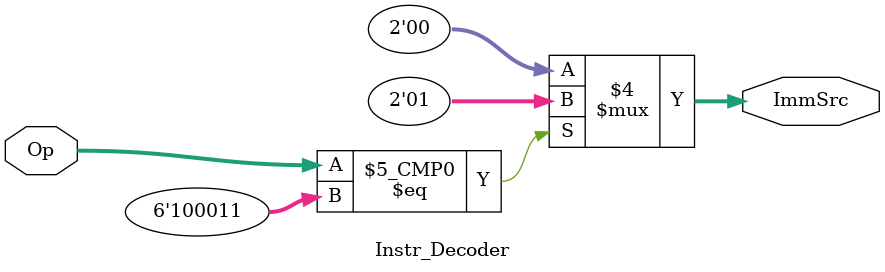
<source format=v>
module Instr_Decoder (
	input 	[5:0] Op,
	output reg	[1:0] ImmSrc
);

localparam LW 		= 	7'b0000011,
			  SW 		= 	7'b0100011,
			  BEQ		= 	7'b1100011,
			  I_ALU	= 	7'b0010011,
			  JAL		=	7'b1101111;


always @(Op) begin
	case(Op)
	LW:		begin
					ImmSrc = 2'b00;
				end
	SW:		begin
					ImmSrc = 2'b01;
				end	
	BEQ:		begin
					ImmSrc = 2'b10;
				end
	I_ALU:	begin
					ImmSrc = 2'b00;
				end
	JAL:		begin
					ImmSrc = 2'b11;
				end
	default:		ImmSrc = 2'b00;
	endcase
		

end

endmodule 
</source>
